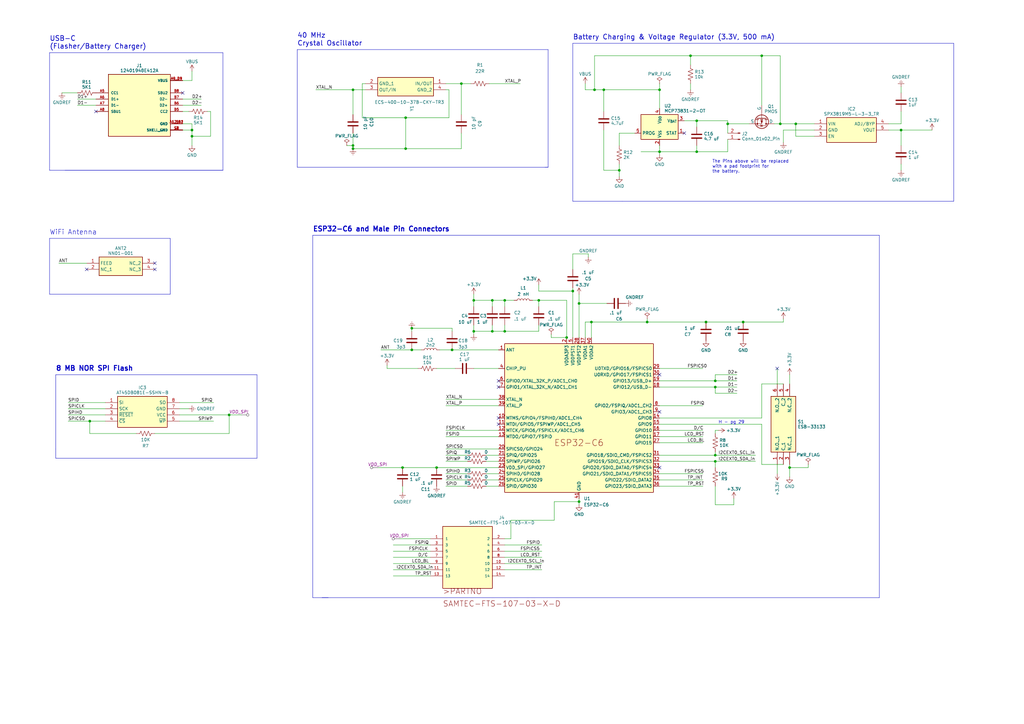
<source format=kicad_sch>
(kicad_sch (version 20230121) (generator eeschema)
  (paper "A3")
  (lib_symbols
    (symbol "AMPHENOL_12401948E412A:12401948E412A" (pin_names (offset 1.016))
      (property "Reference" "J" (at -12.7 13.462 0))
      (property "Value" "12401948E412A" (at -12.7 -13.462 0))
      (symbol "12401948E412A_0_0"
        (pin power_in line (at 17.78 -7.62 180) (length 5.08) (name "GND") (number "A12_B1"))
        (pin power_in line (at 17.78 -7.62 180) (length 5.08) (name "GND") (number "A1_B12"))
        (pin power_in line (at 17.78 10.16 180) (length 5.08) (name "VBUS") (number "A4_B9"))
        (pin bidirectional line (at -17.78 5.08 0) (length 5.08) (name "CC1") (number "A5"))
        (pin bidirectional line (at -17.78 2.54 0) (length 5.08) (name "D1+") (number "A6"))
        (pin bidirectional line (at -17.78 0 0) (length 5.08) (name "D1-") (number "A7"))
        (pin bidirectional line (at -17.78 -2.54 0) (length 5.08) (name "SBU1") (number "A8"))
        (pin power_in line (at 17.78 10.16 180) (length 5.08) (name "VBUS") (number "A9_B4"))
        (pin bidirectional line (at 17.78 -2.54 180) (length 5.08) (name "CC2") (number "B5"))
        (pin bidirectional line (at 17.78 0 180) (length 5.08) (name "D2+") (number "B6"))
        (pin bidirectional line (at 17.78 2.54 180) (length 5.08) (name "D2-") (number "B7"))
        (pin bidirectional line (at 17.78 5.08 180) (length 5.08) (name "SBU2") (number "B8"))
        (pin power_in line (at 17.78 -10.16 180) (length 5.08) (name "SHELL_GND") (number "S1"))
        (pin power_in line (at 17.78 -10.16 180) (length 5.08) (name "SHELL_GND") (number "S2"))
        (pin power_in line (at 17.78 -10.16 180) (length 5.08) (name "SHELL_GND") (number "S3"))
        (pin power_in line (at 17.78 -10.16 180) (length 5.08) (name "SHELL_GND") (number "S4"))
      )
    )
    (symbol "Battery_Management:MCP73831-2-OT"
      (property "Reference" "U" (at -7.62 6.35 0))
      (property "Value" "MCP73831-2-OT" (at 1.27 6.35 0))
      (symbol "MCP73831-2-OT_1_1"
        (pin output line (at 10.16 -2.54 180) (length 2.54) (name "STAT") (number "1"))
        (pin power_in line (at 0 -7.62 90) (length 2.54) (name "V_{SS}") (number "2"))
        (pin power_out line (at 10.16 2.54 180) (length 2.54) (name "V_{BAT}") (number "3"))
        (pin power_in line (at 0 7.62 270) (length 2.54) (name "V_{DD}") (number "4"))
        (pin input line (at -10.16 -2.54 0) (length 2.54) (name "PROG") (number "5"))
      )
    )
    (symbol "Connector:Conn_01x02_Pin" (pin_names (offset 1.016) hide)
      (property "Reference" "J" (at 0 2.54 0))
      (property "Value" "Conn_01x02_Pin" (at 0 -5.08 0))
      (symbol "Conn_01x02_Pin_1_1"
        (pin passive line (at 5.08 0 180) (length 3.81) (name "Pin_1") (number "1"))
        (pin passive line (at 5.08 -2.54 180) (length 3.81) (name "Pin_2") (number "2"))
      )
    )
    (symbol "Crystal Oscillator:ECS-400-10-37B-CKY-TR3"
      (property "Reference" "Y" (at 29.21 7.62 0))
      (property "Value" "ECS-400-10-37B-CKY-TR3" (at 29.21 5.08 0))
      (symbol "ECS-400-10-37B-CKY-TR3_1_1"
        (pin passive line (at 0 -2.54 0) (length 5.08) (name "IN/OUT") (number "1"))
        (pin passive line (at 33.02 -2.54 180) (length 5.08) (name "GND_1") (number "2"))
        (pin passive line (at 33.02 0 180) (length 5.08) (name "OUT/IN") (number "3"))
        (pin passive line (at 0 0 0) (length 5.08) (name "GND_2") (number "4"))
      )
    )
    (symbol "Device:C" (pin_numbers hide) (pin_names (offset 0.254))
      (property "Reference" "C" (at 0.635 2.54 0))
      (property "Value" "C" (at 0.635 -2.54 0))
      (symbol "C_1_1"
        (pin passive line (at 0 3.81 270) (length 2.794) (name "~") (number "1"))
        (pin passive line (at 0 -3.81 90) (length 2.794) (name "~") (number "2"))
      )
    )
    (symbol "Device:L" (pin_numbers hide) (pin_names (offset 1.016) hide)
      (property "Reference" "L" (at -1.27 0 90))
      (property "Value" "L" (at 1.905 0 90))
      (symbol "L_1_1"
        (pin passive line (at 0 3.81 270) (length 1.27) (name "1") (number "1"))
        (pin passive line (at 0 -3.81 90) (length 1.27) (name "2") (number "2"))
      )
    )
    (symbol "Device:R_US" (pin_numbers hide) (pin_names (offset 0))
      (property "Reference" "R" (at 2.54 0 90))
      (property "Value" "R_US" (at -2.54 0 90))
      (symbol "R_US_1_1"
        (pin passive line (at 0 3.81 270) (length 1.27) (name "~") (number "1"))
        (pin passive line (at 0 -3.81 90) (length 1.27) (name "~") (number "2"))
      )
    )
    (symbol "ESB-33133:ESB-33133"
      (property "Reference" "S" (at 29.21 7.62 0))
      (property "Value" "ESB-33133" (at 29.21 5.08 0))
      (symbol "ESB-33133_1_1"
        (pin passive line (at 0 0 0) (length 5.08) (name "N.O._1") (number "1"))
        (pin passive line (at 0 -2.54 0) (length 5.08) (name "C_1") (number "2"))
        (pin passive line (at 0 -5.08 0) (length 5.08) (name "N.C._1") (number "3"))
        (pin passive line (at 33.02 -5.08 180) (length 5.08) (name "N.C._2") (number "4"))
        (pin passive line (at 33.02 -2.54 180) (length 5.08) (name "C_2") (number "5"))
        (pin passive line (at 33.02 0 180) (length 5.08) (name "N.O._2") (number "6"))
      )
    )
    (symbol "FTS-107-03-L-D:SAMTEC-FTS-107-03-X-D" (pin_names (offset 1.016))
      (property "Reference" "J" (at 0 5.08 0))
      (property "Value" "SAMTEC-FTS-107-03-X-D" (at 0 -25.4 0))
      (symbol "SAMTEC-FTS-107-03-X-D_0_0"
        (text ">PARTNO" (at 0 -22.86 0) (effects (font (size 2.286 2.286)) (justify left bottom)))
        (text "SAMTEC-FTS-107-03-X-D" (at 0 -27.94 0) (effects (font (size 2.286 2.286)) (justify left bottom)))
        (pin passive line (at -5.08 0 0) (length 5.08) (name "1") (number "1"))
        (pin passive line (at 25.4 -10.16 180) (length 5.08) (name "10") (number "10"))
        (pin passive line (at -5.08 -12.7 0) (length 5.08) (name "11") (number "11"))
        (pin passive line (at 25.4 -12.7 180) (length 5.08) (name "12") (number "12"))
        (pin passive line (at -5.08 -15.24 0) (length 5.08) (name "13") (number "13"))
        (pin passive line (at 25.4 -15.24 180) (length 5.08) (name "14") (number "14"))
        (pin passive line (at 25.4 0 180) (length 5.08) (name "2") (number "2"))
        (pin passive line (at -5.08 -2.54 0) (length 5.08) (name "3") (number "3"))
        (pin passive line (at 25.4 -2.54 180) (length 5.08) (name "4") (number "4"))
        (pin passive line (at -5.08 -5.08 0) (length 5.08) (name "5") (number "5"))
        (pin passive line (at 25.4 -5.08 180) (length 5.08) (name "6") (number "6"))
        (pin passive line (at -5.08 -7.62 0) (length 5.08) (name "7") (number "7"))
        (pin passive line (at 25.4 -7.62 180) (length 5.08) (name "8") (number "8"))
        (pin passive line (at -5.08 -10.16 0) (length 5.08) (name "9") (number "9"))
      )
    )
    (symbol "NN01001:NN01-001"
      (property "Reference" "ANT" (at 24.13 7.62 0))
      (property "Value" "NN01-001" (at 24.13 5.08 0))
      (symbol "NN01-001_1_1"
        (pin passive line (at 0 0 0) (length 5.08) (name "FEED") (number "1"))
        (pin passive line (at 0 -2.54 0) (length 5.08) (name "NC_1") (number "2"))
        (pin passive line (at 27.94 0 180) (length 5.08) (name "NC_2") (number "3"))
        (pin passive line (at 27.94 -2.54 180) (length 5.08) (name "NC_3") (number "4"))
      )
    )
    (symbol "PCM_Espressif:ESP32-C6"
      (property "Reference" "U" (at -27.94 33.02 0))
      (property "Value" "ESP32-C6" (at 25.4 33.02 0))
      (symbol "ESP32-C6_0_0"
        (text "ESP32-C6" (at 0 -10.16 0) (effects (font (size 2.54 2.54))))
      )
      (symbol "ESP32-C6_1_1"
        (pin bidirectional line (at -33.02 27.94 0) (length 2.54) (name "ANT") (number "1"))
        (pin bidirectional line (at -33.02 0 0) (length 2.54) (name "MTMS/GPIO4/FSPIHD/ADC1_CH4") (number "10"))
        (pin bidirectional line (at -33.02 -2.54 0) (length 2.54) (name "MTDI/GPIO5/FSPIWP/ADC1_CH5") (number "11"))
        (pin bidirectional line (at -33.02 -5.08 0) (length 2.54) (name "MTCK/GPIO6/FSPICLK/ADC1_CH6") (number "12"))
        (pin bidirectional line (at -33.02 -7.62 0) (length 2.54) (name "MTDO/GPIO7/FSPID") (number "13"))
        (pin bidirectional line (at 33.02 0 180) (length 2.54) (name "GPIO8") (number "14"))
        (pin bidirectional line (at 33.02 -2.54 180) (length 2.54) (name "GPIO9") (number "15"))
        (pin bidirectional line (at 33.02 -5.08 180) (length 2.54) (name "GPIO10") (number "16"))
        (pin bidirectional line (at 33.02 -7.62 180) (length 2.54) (name "GPIO11") (number "17"))
        (pin bidirectional line (at 33.02 12.7 180) (length 2.54) (name "GPIO12/USB_D-") (number "18"))
        (pin bidirectional line (at 33.02 15.24 180) (length 2.54) (name "GPIO13/USB_D+") (number "19"))
        (pin power_in line (at -5.08 33.02 270) (length 2.54) (name "VDDA3P3") (number "2"))
        (pin bidirectional line (at -33.02 -12.7 0) (length 2.54) (name "SPICS0/GPIO24") (number "20"))
        (pin bidirectional line (at -33.02 -15.24 0) (length 2.54) (name "SPIQ/GPIO25") (number "21"))
        (pin bidirectional line (at -33.02 -17.78 0) (length 2.54) (name "SPIWP/GPIO26") (number "22"))
        (pin bidirectional line (at -33.02 -20.32 0) (length 2.54) (name "VDD_SPI/GPIO27") (number "23"))
        (pin bidirectional line (at -33.02 -22.86 0) (length 2.54) (name "SPIHD/GPIO28") (number "24"))
        (pin bidirectional line (at -33.02 -25.4 0) (length 2.54) (name "SPICLK/GPIO29") (number "25"))
        (pin bidirectional line (at -33.02 -27.94 0) (length 2.54) (name "SPID/GPIO30") (number "26"))
        (pin bidirectional line (at 33.02 -10.16 180) (length 2.54) (name "GPIO15") (number "27"))
        (pin power_in line (at 0 33.02 270) (length 2.54) (name "VDDPST2") (number "28"))
        (pin bidirectional line (at 33.02 20.32 180) (length 2.54) (name "U0TXD/GPIO16/FSPICS0") (number "29"))
        (pin passive line (at -5.08 33.02 270) (length 2.54) hide (name "VDDA3P3") (number "3"))
        (pin bidirectional line (at 33.02 17.78 180) (length 2.54) (name "U0RXD/GPIO17/FSPICS1") (number "30"))
        (pin bidirectional line (at 33.02 -15.24 180) (length 2.54) (name "GPIO18/SDIO_CMD/FSPICS2") (number "31"))
        (pin bidirectional line (at 33.02 -17.78 180) (length 2.54) (name "GPIO19/SDIO_CLK/FSPICS3") (number "32"))
        (pin bidirectional line (at 33.02 -20.32 180) (length 2.54) (name "GPIO20/SDIO_DATA0/FSPICS4") (number "33"))
        (pin bidirectional line (at 33.02 -22.86 180) (length 2.54) (name "GPIO21/SDIO_DATA1/FSPICS5") (number "34"))
        (pin bidirectional line (at 33.02 -25.4 180) (length 2.54) (name "GPIO22/SDIO_DATA2") (number "35"))
        (pin bidirectional line (at 33.02 -27.94 180) (length 2.54) (name "GPIO23/SDIO_DATA3") (number "36"))
        (pin power_in line (at 2.54 33.02 270) (length 2.54) (name "VDDA1") (number "37"))
        (pin output line (at -33.02 7.62 0) (length 2.54) (name "XTAL_N") (number "38"))
        (pin input line (at -33.02 5.08 0) (length 2.54) (name "XTAL_P") (number "39"))
        (pin input line (at -33.02 20.32 0) (length 2.54) (name "CHIP_PU") (number "4"))
        (pin power_in line (at 5.08 33.02 270) (length 2.54) (name "VDDA2") (number "40"))
        (pin power_in line (at 0 -33.02 90) (length 2.54) (name "GND") (number "41"))
        (pin power_in line (at -2.54 33.02 270) (length 2.54) (name "VDDPST1") (number "5"))
        (pin bidirectional line (at -33.02 15.24 0) (length 2.54) (name "GPIO0/XTAL_32K_P/ADC1_CH0") (number "6"))
        (pin bidirectional line (at -33.02 12.7 0) (length 2.54) (name "GPIO1/XTAL_32K_N/ADC1_CH1") (number "7"))
        (pin bidirectional line (at 33.02 5.08 180) (length 2.54) (name "GPIO2/FSPIQ/ADC1_CH2") (number "8"))
        (pin bidirectional line (at 33.02 2.54 180) (length 2.54) (name "GPIO3/ADC1_CH3") (number "9"))
      )
    )
    (symbol "SOIC127P600X175-8N:AT45DB081E-SSHN-B"
      (property "Reference" "IC" (at 26.67 7.62 0))
      (property "Value" "AT45DB081E-SSHN-B" (at 26.67 5.08 0))
      (symbol "AT45DB081E-SSHN-B_1_1"
        (pin passive line (at 0 0 0) (length 5.08) (name "SI") (number "1"))
        (pin passive line (at 0 -2.54 0) (length 5.08) (name "SCK") (number "2"))
        (pin passive line (at 0 -5.08 0) (length 5.08) (name "~{RESET}") (number "3"))
        (pin passive line (at 0 -7.62 0) (length 5.08) (name "~{CS}") (number "4"))
        (pin passive line (at 30.48 -7.62 180) (length 5.08) (name "~{WP}") (number "5"))
        (pin passive line (at 30.48 -5.08 180) (length 5.08) (name "VCC") (number "6"))
        (pin passive line (at 30.48 -2.54 180) (length 5.08) (name "GND") (number "7"))
        (pin passive line (at 30.48 0 180) (length 5.08) (name "SO") (number "8"))
      )
    )
    (symbol "SOT95P280X145-5N:SPX3819M5-L-3-3_TR"
      (property "Reference" "IC" (at 26.67 7.62 0))
      (property "Value" "SPX3819M5-L-3-3_TR" (at 26.67 5.08 0))
      (symbol "SPX3819M5-L-3-3_TR_1_1"
        (pin passive line (at 0 0 0) (length 5.08) (name "VIN") (number "1"))
        (pin passive line (at 0 -2.54 0) (length 5.08) (name "GND") (number "2"))
        (pin passive line (at 0 -5.08 0) (length 5.08) (name "EN") (number "3"))
        (pin passive line (at 30.48 0 180) (length 5.08) (name "ADJ/BYP") (number "4"))
        (pin passive line (at 30.48 -2.54 180) (length 5.08) (name "VOUT") (number "5"))
      )
    )
    (symbol "Simulation_SPICE:PMOS" (pin_numbers hide) (pin_names (offset 0))
      (property "Reference" "Q" (at 5.08 1.27 0))
      (property "Value" "PMOS" (at 5.08 -1.27 0))
      (symbol "PMOS_1_1"
        (pin passive line (at 2.54 5.08 270) (length 2.54) (name "D") (number "1"))
        (pin input line (at -5.08 0 0) (length 2.54) (name "G") (number "2"))
        (pin passive line (at 2.54 -5.08 90) (length 2.54) (name "S") (number "3"))
      )
    )
    (symbol "power:+3.3V" (power) (pin_names (offset 0))
      (property "Value" "+3.3V" (at 0 3.556 0))
      (symbol "+3.3V_1_1"
        (pin power_in line (at 0 0 90) (length 0) hide (name "+3.3V") (number "1"))
      )
    )
    (symbol "power:GND" (power) (pin_names (offset 0))
      (property "Value" "GND" (at 0 -3.81 0))
      (symbol "GND_1_1"
        (pin power_in line (at 0 0 270) (length 0) hide (name "GND") (number "1"))
      )
    )
    (symbol "power:GNDREF" (power) (pin_names (offset 0))
      (property "Value" "GNDREF" (at 0 -3.81 0))
      (symbol "GNDREF_1_1"
        (pin power_in line (at 0 0 270) (length 0) hide (name "GNDREF") (number "1"))
      )
    )
    (symbol "power:PWR_FLAG" (power) (pin_numbers hide) (pin_names (offset 0) hide)
      (property "Value" "PWR_FLAG" (at 0 3.81 0))
      (symbol "PWR_FLAG_0_0"
        (pin power_out line (at 0 0 90) (length 0) (name "pwr") (number "1"))
      )
    )
    (symbol "power:VBUS" (power) (pin_names (offset 0))
      (property "Value" "VBUS" (at 0 3.81 0))
      (symbol "VBUS_1_1"
        (pin power_in line (at 0 0 90) (length 0) hide (name "VBUS") (number "1"))
      )
    )
  )
  (junction (at 247.65 36.83))
  (junction (at 168.91 143.51))
  (junction (at 289.56 132.08))
  (junction (at 166.37 60.96))
  (junction (at 166.37 48.26))
  (junction (at 304.8 132.08))
  (junction (at 237.49 205.74))
  (junction (at 320.04 50.8))
  (junction (at 285.75 62.23))
  (junction (at 144.78 59.69))
  (junction (at 293.37 156.21))
  (junction (at 194.31 135.89))
  (junction (at 207.01 135.89))
  (junction (at 293.37 189.23))
  (junction (at 323.85 191.77))
  (junction (at 189.23 34.29))
  (junction (at 168.91 134.62))
  (junction (at 293.37 158.75))
  (junction (at 144.78 60.96))
  (junction (at 298.45 50.8))
  (junction (at 179.07 191.77))
  (junction (at 254 69.85))
  (junction (at 234.95 119.38))
  (junction (at 242.57 132.08))
  (junction (at 369.57 53.34))
  (junction (at 201.93 135.89))
  (junction (at 207.01 123.19))
  (junction (at 285.75 49.53))
  (junction (at 283.21 22.86))
  (junction (at 78.74 55.88))
  (junction (at 237.49 124.46))
  (junction (at 270.51 36.83))
  (junction (at 326.39 50.8))
  (junction (at 220.98 123.19))
  (junction (at 312.42 22.86))
  (junction (at 165.1 191.77))
  (junction (at 194.31 123.19))
  (junction (at 144.78 36.83))
  (junction (at 293.37 186.69))
  (junction (at 185.42 143.51))
  (junction (at 265.43 132.08))
  (junction (at 270.51 62.23))
  (junction (at 243.84 36.83))
  (junction (at 36.83 172.72))
  (junction (at 78.74 53.34))
  (junction (at 201.93 123.19))
  (junction (at 232.41 138.43))
  (junction (at 93.98 170.18))
  (no_connect (at 270.51 153.67))
  (no_connect (at 35.56 110.49))
  (no_connect (at 63.5 110.49))
  (no_connect (at 270.51 168.91))
  (no_connect (at 204.47 158.75))
  (no_connect (at 204.47 173.99))
  (no_connect (at 318.77 151.13))
  (no_connect (at 39.37 45.72))
  (no_connect (at 74.93 38.1))
  (no_connect (at 204.47 156.21))
  (no_connect (at 270.51 191.77))
  (no_connect (at 280.67 54.61))
  (no_connect (at 63.5 107.95))
  (no_connect (at 204.47 171.45))
  (wire (pts (xy 326.39 55.88) (xy 326.39 50.8)))
  (wire (pts (xy 73.66 172.72) (xy 87.63 172.72)))
  (wire (pts (xy 165.1 191.77) (xy 179.07 191.77)))
  (wire (pts (xy 207.01 123.19) (xy 210.82 123.19)))
  (wire (pts (xy 369.57 35.56) (xy 369.57 38.1)))
  (polyline (pts (xy 22.86 184.15) (xy 22.86 187.96)))
  (wire (pts (xy 154.94 191.77) (xy 165.1 191.77)))
  (wire (pts (xy 163.83 220.98) (xy 176.53 220.98)))
  (wire (pts (xy 55.88 177.8) (xy 36.83 177.8)))
  (wire (pts (xy 312.42 171.45) (xy 312.42 157.48)))
  (wire (pts (xy 265.43 132.08) (xy 289.56 132.08)))
  (wire (pts (xy 85.09 45.72) (xy 86.36 45.72)))
  (wire (pts (xy 285.75 59.69) (xy 285.75 62.23)))
  (wire (pts (xy 168.91 134.62) (xy 185.42 134.62)))
  (polyline (pts (xy 234.95 82.55) (xy 234.95 17.78)))
  (wire (pts (xy 293.37 156.21) (xy 293.37 153.67)))
  (wire (pts (xy 189.23 34.29) (xy 193.04 34.29)))
  (wire (pts (xy 312.42 22.86) (xy 283.21 22.86)))
  (wire (pts (xy 194.31 151.13) (xy 204.47 151.13)))
  (wire (pts (xy 144.78 60.96) (xy 166.37 60.96)))
  (wire (pts (xy 293.37 199.39) (xy 293.37 207.01)))
  (wire (pts (xy 254 67.31) (xy 254 69.85)))
  (wire (pts (xy 254 69.85) (xy 247.65 69.85)))
  (polyline (pts (xy 26.67 69.85) (xy 91.44 69.85)))
  (polyline (pts (xy 223.52 68.58) (xy 224.79 68.58)))
  (wire (pts (xy 331.47 190.5) (xy 331.47 191.77)))
  (wire (pts (xy 182.88 194.31) (xy 191.77 194.31)))
  (wire (pts (xy 293.37 158.75) (xy 302.26 158.75)))
  (wire (pts (xy 199.39 199.39) (xy 204.47 199.39)))
  (polyline (pts (xy 22.86 153.67) (xy 105.41 153.67)))
  (wire (pts (xy 237.49 205.74) (xy 237.49 207.01)))
  (wire (pts (xy 194.31 123.19) (xy 201.93 123.19)))
  (wire (pts (xy 27.94 165.1) (xy 43.18 165.1)))
  (wire (pts (xy 220.98 116.84) (xy 220.98 119.38)))
  (wire (pts (xy 270.51 199.39) (xy 288.29 199.39)))
  (wire (pts (xy 201.93 135.89) (xy 207.01 135.89)))
  (wire (pts (xy 220.98 123.19) (xy 220.98 125.73)))
  (wire (pts (xy 334.01 53.34) (xy 321.31 53.34)))
  (wire (pts (xy 148.59 48.26) (xy 166.37 48.26)))
  (wire (pts (xy 156.21 143.51) (xy 168.91 143.51)))
  (wire (pts (xy 166.37 48.26) (xy 184.15 48.26)))
  (wire (pts (xy 182.88 163.83) (xy 204.47 163.83)))
  (wire (pts (xy 312.42 157.48) (xy 321.31 157.48)))
  (wire (pts (xy 179.07 151.13) (xy 186.69 151.13)))
  (wire (pts (xy 199.39 196.85) (xy 204.47 196.85)))
  (wire (pts (xy 27.94 172.72) (xy 36.83 172.72)))
  (wire (pts (xy 166.37 60.96) (xy 166.37 48.26)))
  (polyline (pts (xy 105.41 153.67) (xy 105.41 187.96)))
  (wire (pts (xy 312.42 190.5) (xy 321.31 190.5)))
  (polyline (pts (xy 22.86 187.96) (xy 105.41 187.96)))
  (wire (pts (xy 74.93 50.8) (xy 78.74 50.8)))
  (wire (pts (xy 158.75 149.86) (xy 158.75 151.13)))
  (wire (pts (xy 31.75 43.18) (xy 39.37 43.18)))
  (wire (pts (xy 241.3 105.41) (xy 241.3 104.14)))
  (wire (pts (xy 182.88 189.23) (xy 191.77 189.23)))
  (wire (pts (xy 227.33 205.74) (xy 227.33 213.36)))
  (wire (pts (xy 289.56 132.08) (xy 304.8 132.08)))
  (wire (pts (xy 298.45 49.53) (xy 298.45 50.8)))
  (wire (pts (xy 161.29 233.68) (xy 176.53 233.68)))
  (polyline (pts (xy 20.32 21.59) (xy 20.32 69.85)))
  (wire (pts (xy 182.88 36.83) (xy 184.15 36.83)))
  (wire (pts (xy 199.39 189.23) (xy 204.47 189.23)))
  (wire (pts (xy 207.01 135.89) (xy 220.98 135.89)))
  (wire (pts (xy 242.57 132.08) (xy 265.43 132.08)))
  (wire (pts (xy 237.49 124.46) (xy 237.49 138.43)))
  (wire (pts (xy 270.51 186.69) (xy 293.37 186.69)))
  (wire (pts (xy 293.37 156.21) (xy 302.26 156.21)))
  (wire (pts (xy 285.75 49.53) (xy 298.45 49.53)))
  (wire (pts (xy 161.29 236.22) (xy 176.53 236.22)))
  (polyline (pts (xy 224.79 20.32) (xy 121.92 20.32)))
  (wire (pts (xy 270.51 59.69) (xy 270.51 62.23)))
  (polyline (pts (xy 22.86 184.15) (xy 22.86 153.67)))
  (wire (pts (xy 300.99 204.47) (xy 300.99 207.01)))
  (wire (pts (xy 207.01 223.52) (xy 222.25 223.52)))
  (polyline (pts (xy 128.27 96.52) (xy 128.27 245.11)))
  (wire (pts (xy 74.93 33.02) (xy 78.74 33.02)))
  (wire (pts (xy 300.99 207.01) (xy 293.37 207.01)))
  (wire (pts (xy 312.42 43.18) (xy 312.42 22.86)))
  (polyline (pts (xy 360.68 96.52) (xy 128.27 96.52)))
  (polyline (pts (xy 121.92 20.32) (xy 121.92 68.58)))
  (wire (pts (xy 283.21 34.29) (xy 283.21 36.83)))
  (wire (pts (xy 285.75 62.23) (xy 298.45 62.23)))
  (wire (pts (xy 36.83 177.8) (xy 36.83 172.72)))
  (wire (pts (xy 73.66 170.18) (xy 93.98 170.18)))
  (wire (pts (xy 234.95 119.38) (xy 234.95 138.43)))
  (wire (pts (xy 237.49 124.46) (xy 248.92 124.46)))
  (wire (pts (xy 240.03 34.29) (xy 240.03 36.83)))
  (wire (pts (xy 270.51 156.21) (xy 293.37 156.21)))
  (polyline (pts (xy 360.68 245.11) (xy 360.68 96.52)))
  (wire (pts (xy 237.49 120.65) (xy 237.49 124.46)))
  (wire (pts (xy 182.88 166.37) (xy 204.47 166.37)))
  (wire (pts (xy 364.49 53.34) (xy 369.57 53.34)))
  (wire (pts (xy 25.4 38.1) (xy 31.75 38.1)))
  (wire (pts (xy 142.24 59.69) (xy 144.78 59.69)))
  (polyline (pts (xy 128.27 245.11) (xy 134.62 245.11)))
  (wire (pts (xy 149.86 36.83) (xy 144.78 36.83)))
  (wire (pts (xy 312.42 173.99) (xy 312.42 190.5)))
  (wire (pts (xy 293.37 189.23) (xy 293.37 191.77)))
  (wire (pts (xy 161.29 228.6) (xy 176.53 228.6)))
  (wire (pts (xy 182.88 184.15) (xy 204.47 184.15)))
  (wire (pts (xy 78.74 29.21) (xy 78.74 33.02)))
  (wire (pts (xy 270.51 36.83) (xy 247.65 36.83)))
  (polyline (pts (xy 234.95 17.78) (xy 391.16 17.78)))
  (wire (pts (xy 207.01 231.14) (xy 222.25 231.14)))
  (wire (pts (xy 194.31 133.35) (xy 194.31 135.89)))
  (wire (pts (xy 369.57 67.31) (xy 369.57 69.85)))
  (wire (pts (xy 78.74 53.34) (xy 78.74 55.88)))
  (wire (pts (xy 270.51 62.23) (xy 285.75 62.23)))
  (wire (pts (xy 201.93 123.19) (xy 207.01 123.19)))
  (wire (pts (xy 262.89 62.23) (xy 270.51 62.23)))
  (wire (pts (xy 73.66 167.64) (xy 77.47 167.64)))
  (wire (pts (xy 148.59 34.29) (xy 148.59 48.26)))
  (wire (pts (xy 74.93 45.72) (xy 77.47 45.72)))
  (wire (pts (xy 247.65 53.34) (xy 247.65 69.85)))
  (wire (pts (xy 237.49 204.47) (xy 237.49 205.74)))
  (wire (pts (xy 182.88 186.69) (xy 191.77 186.69)))
  (wire (pts (xy 270.51 196.85) (xy 288.29 196.85)))
  (wire (pts (xy 74.93 40.64) (xy 82.55 40.64)))
  (wire (pts (xy 254 54.61) (xy 254 59.69)))
  (wire (pts (xy 207.01 226.06) (xy 222.25 226.06)))
  (wire (pts (xy 207.01 233.68) (xy 222.25 233.68)))
  (polyline (pts (xy 132.08 245.11) (xy 360.68 245.11)))
  (wire (pts (xy 270.51 166.37) (xy 288.29 166.37)))
  (wire (pts (xy 182.88 34.29) (xy 189.23 34.29)))
  (wire (pts (xy 237.49 205.74) (xy 227.33 205.74)))
  (wire (pts (xy 218.44 123.19) (xy 220.98 123.19)))
  (wire (pts (xy 161.29 226.06) (xy 176.53 226.06)))
  (wire (pts (xy 270.51 171.45) (xy 312.42 171.45)))
  (polyline (pts (xy 255.27 82.55) (xy 234.95 82.55)))
  (polyline (pts (xy 20.32 97.79) (xy 69.85 97.79)))
  (wire (pts (xy 199.39 186.69) (xy 204.47 186.69)))
  (wire (pts (xy 293.37 177.8) (xy 293.37 176.53)))
  (wire (pts (xy 74.93 43.18) (xy 82.55 43.18)))
  (wire (pts (xy 232.41 123.19) (xy 232.41 138.43)))
  (wire (pts (xy 317.5 50.8) (xy 320.04 50.8)))
  (wire (pts (xy 129.54 36.83) (xy 144.78 36.83)))
  (wire (pts (xy 320.04 22.86) (xy 320.04 50.8)))
  (wire (pts (xy 260.35 54.61) (xy 254 54.61)))
  (wire (pts (xy 320.04 50.8) (xy 326.39 50.8)))
  (wire (pts (xy 73.66 165.1) (xy 87.63 165.1)))
  (wire (pts (xy 74.93 53.34) (xy 78.74 53.34)))
  (wire (pts (xy 318.77 194.31) (xy 318.77 190.5)))
  (wire (pts (xy 194.31 120.65) (xy 194.31 123.19)))
  (wire (pts (xy 265.43 130.81) (xy 265.43 132.08)))
  (wire (pts (xy 270.51 176.53) (xy 288.29 176.53)))
  (wire (pts (xy 161.29 231.14) (xy 176.53 231.14)))
  (wire (pts (xy 270.51 62.23) (xy 270.51 63.5)))
  (wire (pts (xy 270.51 181.61) (xy 288.29 181.61)))
  (wire (pts (xy 298.45 57.15) (xy 298.45 62.23)))
  (wire (pts (xy 194.31 135.89) (xy 194.31 137.16)))
  (wire (pts (xy 247.65 36.83) (xy 243.84 36.83)))
  (wire (pts (xy 27.94 167.64) (xy 43.18 167.64)))
  (wire (pts (xy 78.74 55.88) (xy 78.74 59.69)))
  (wire (pts (xy 270.51 173.99) (xy 312.42 173.99)))
  (wire (pts (xy 226.06 138.43) (xy 226.06 137.16)))
  (wire (pts (xy 242.57 138.43) (xy 242.57 132.08)))
  (wire (pts (xy 323.85 191.77) (xy 323.85 195.58)))
  (wire (pts (xy 270.51 194.31) (xy 288.29 194.31)))
  (wire (pts (xy 184.15 36.83) (xy 184.15 48.26)))
  (wire (pts (xy 200.66 34.29) (xy 213.36 34.29)))
  (wire (pts (xy 36.83 172.72) (xy 43.18 172.72)))
  (wire (pts (xy 168.91 143.51) (xy 172.72 143.51)))
  (wire (pts (xy 270.51 34.29) (xy 270.51 36.83)))
  (wire (pts (xy 194.31 123.19) (xy 194.31 125.73)))
  (wire (pts (xy 144.78 46.99) (xy 144.78 36.83)))
  (wire (pts (xy 369.57 53.34) (xy 382.27 53.34)))
  (wire (pts (xy 318.77 157.48) (xy 318.77 151.13)))
  (wire (pts (xy 270.51 189.23) (xy 293.37 189.23)))
  (wire (pts (xy 254 69.85) (xy 254 72.39)))
  (polyline (pts (xy 121.92 68.58) (xy 224.79 68.58)))
  (wire (pts (xy 144.78 54.61) (xy 144.78 59.69)))
  (wire (pts (xy 182.88 196.85) (xy 191.77 196.85)))
  (wire (pts (xy 293.37 176.53) (xy 294.64 176.53)))
  (polyline (pts (xy 255.27 82.55) (xy 391.16 82.55)))
  (wire (pts (xy 293.37 161.29) (xy 302.26 161.29)))
  (wire (pts (xy 86.36 45.72) (xy 86.36 55.88)))
  (wire (pts (xy 201.93 133.35) (xy 201.93 135.89)))
  (wire (pts (xy 321.31 130.81) (xy 321.31 132.08)))
  (wire (pts (xy 78.74 50.8) (xy 78.74 53.34)))
  (wire (pts (xy 298.45 50.8) (xy 298.45 54.61)))
  (wire (pts (xy 194.31 135.89) (xy 201.93 135.89)))
  (wire (pts (xy 93.98 170.18) (xy 99.06 170.18)))
  (wire (pts (xy 149.86 34.29) (xy 148.59 34.29)))
  (wire (pts (xy 270.51 44.45) (xy 270.51 36.83)))
  (wire (pts (xy 220.98 119.38) (xy 234.95 119.38)))
  (polyline (pts (xy 91.44 69.85) (xy 91.44 21.59)))
  (wire (pts (xy 323.85 190.5) (xy 323.85 191.77)))
  (polyline (pts (xy 224.79 68.58) (xy 224.79 20.32)))
  (wire (pts (xy 243.84 36.83) (xy 240.03 36.83)))
  (wire (pts (xy 293.37 158.75) (xy 293.37 161.29)))
  (wire (pts (xy 86.36 55.88) (xy 78.74 55.88)))
  (wire (pts (xy 241.3 104.14) (xy 234.95 104.14)))
  (wire (pts (xy 165.1 199.39) (xy 165.1 201.93)))
  (wire (pts (xy 232.41 138.43) (xy 226.06 138.43)))
  (wire (pts (xy 182.88 179.07) (xy 204.47 179.07)))
  (wire (pts (xy 334.01 55.88) (xy 326.39 55.88)))
  (wire (pts (xy 283.21 22.86) (xy 283.21 26.67)))
  (wire (pts (xy 369.57 53.34) (xy 369.57 59.69)))
  (wire (pts (xy 168.91 134.62) (xy 168.91 135.89)))
  (wire (pts (xy 293.37 186.69) (xy 309.88 186.69)))
  (wire (pts (xy 312.42 22.86) (xy 320.04 22.86)))
  (polyline (pts (xy 391.16 17.78) (xy 391.16 82.55)))
  (wire (pts (xy 182.88 199.39) (xy 191.77 199.39)))
  (wire (pts (xy 293.37 153.67) (xy 302.26 153.67)))
  (wire (pts (xy 240.03 132.08) (xy 242.57 132.08)))
  (wire (pts (xy 201.93 123.19) (xy 201.93 125.73)))
  (wire (pts (xy 189.23 60.96) (xy 189.23 54.61)))
  (wire (pts (xy 180.34 143.51) (xy 185.42 143.51)))
  (wire (pts (xy 280.67 49.53) (xy 285.75 49.53)))
  (wire (pts (xy 270.51 151.13) (xy 288.29 151.13)))
  (wire (pts (xy 185.42 143.51) (xy 204.47 143.51)))
  (wire (pts (xy 270.51 179.07) (xy 288.29 179.07)))
  (wire (pts (xy 93.98 170.18) (xy 93.98 177.8)))
  (wire (pts (xy 285.75 49.53) (xy 285.75 52.07)))
  (polyline (pts (xy 20.32 69.85) (xy 91.44 69.85)))
  (wire (pts (xy 234.95 118.11) (xy 234.95 119.38)))
  (wire (pts (xy 321.31 53.34) (xy 321.31 58.42)))
  (wire (pts (xy 199.39 194.31) (xy 204.47 194.31)))
  (wire (pts (xy 207.01 133.35) (xy 207.01 135.89)))
  (wire (pts (xy 247.65 36.83) (xy 247.65 45.72)))
  (wire (pts (xy 182.88 176.53) (xy 204.47 176.53)))
  (wire (pts (xy 283.21 22.86) (xy 243.84 22.86)))
  (wire (pts (xy 209.55 220.98) (xy 209.55 213.36)))
  (polyline (pts (xy 69.85 97.79) (xy 69.85 120.65)))
  (wire (pts (xy 185.42 135.89) (xy 185.42 134.62)))
  (wire (pts (xy 31.75 40.64) (xy 39.37 40.64)))
  (wire (pts (xy 270.51 158.75) (xy 293.37 158.75)))
  (wire (pts (xy 323.85 153.67) (xy 323.85 157.48)))
  (wire (pts (xy 179.07 191.77) (xy 204.47 191.77)))
  (wire (pts (xy 234.95 104.14) (xy 234.95 110.49)))
  (wire (pts (xy 207.01 220.98) (xy 209.55 220.98)))
  (wire (pts (xy 220.98 133.35) (xy 220.98 135.89)))
  (polyline (pts (xy 20.32 120.65) (xy 20.32 97.79)))
  (wire (pts (xy 293.37 189.23) (xy 309.88 189.23)))
  (wire (pts (xy 209.55 213.36) (xy 227.33 213.36)))
  (wire (pts (xy 189.23 46.99) (xy 189.23 34.29)))
  (wire (pts (xy 323.85 191.77) (xy 331.47 191.77)))
  (wire (pts (xy 144.78 59.69) (xy 144.78 60.96)))
  (wire (pts (xy 24.13 107.95) (xy 35.56 107.95)))
  (wire (pts (xy 27.94 170.18) (xy 43.18 170.18)))
  (wire (pts (xy 326.39 50.8) (xy 334.01 50.8)))
  (wire (pts (xy 364.49 50.8) (xy 369.57 50.8)))
  (wire (pts (xy 240.03 138.43) (xy 240.03 132.08)))
  (wire (pts (xy 298.45 50.8) (xy 307.34 50.8)))
  (wire (pts (xy 158.75 151.13) (xy 171.45 151.13)))
  (wire (pts (xy 207.01 228.6) (xy 222.25 228.6)))
  (wire (pts (xy 243.84 22.86) (xy 243.84 36.83)))
  (polyline (pts (xy 91.44 21.59) (xy 20.32 21.59)))
  (wire (pts (xy 161.29 223.52) (xy 176.53 223.52)))
  (wire (pts (xy 207.01 123.19) (xy 207.01 125.73)))
  (wire (pts (xy 304.8 132.08) (xy 321.31 132.08)))
  (wire (pts (xy 166.37 60.96) (xy 189.23 60.96)))
  (wire (pts (xy 369.57 45.72) (xy 369.57 50.8)))
  (polyline (pts (xy 20.32 120.65) (xy 69.85 120.65)))
  (wire (pts (xy 220.98 123.19) (xy 232.41 123.19)))
  (wire (pts (xy 93.98 177.8) (xy 63.5 177.8)))
  (wire (pts (xy 293.37 185.42) (xy 293.37 186.69)))
  (text "H - pg 29\n" (at 294.64 173.99 0) (effects (font (size 1.27 1.27)) (justify left bottom)))
  (text "ESP32-C6 and Male Pin Connectors" (at 128.27 95.25 0) (effects (font (size 2 2) bold) (justify left bottom)))
  (text "The Pins above will be replaced\nwith a pad footprint for\nthe battery." (at 292.1 71.12 0) (effects (font (size 1.27 1.27)) (justify left bottom)))
  (text "USB-C\n(Flasher/Battery Charger)" (at 20.32 20.32 0) (effects (font (size 2 2) (thickness 0.254) bold) (justify left bottom)))
  (text "Battery Charging & Voltage Regulator (3.3V, 500 mA)" (at 234.95 16.51 0) (effects (font (size 2 2) (thickness 0.254) bold) (justify left bottom)))
  (text "WiFi Antenna" (at 20.32 96.52 0) (effects (font (size 2 2)) (justify left bottom)))
  (text "8 MB NOR SPI Flash" (at 22.86 152.4 0) (effects (font (size 2 2) bold) (justify left bottom)))
  (text "40 MHz\nCrystal Oscillator" (at 121.92 19.05 0) (effects (font (size 2 2) (thickness 0.254) bold) (justify left bottom)))
  (label "FSPID" (at 182.88 179.07 0))
  (label "XTAL_N" (at 182.88 163.83 0))
  (label "FSPICS5" (at 280.67 194.31 0))
  (label "D{slash}C" (at 171.45 228.6 0))
  (label "SPIWP" (at 81.28 172.72 0))
  (label "SPID" (at 182.88 199.39 0))
  (label "D2-" (at 298.45 161.29 0))
  (label "SPICLK" (at 27.94 167.64 0))
  (label "I2CEXT0_SCL_in" (at 208.28 231.14 0))
  (label "TP_RST" (at 281.94 199.39 0))
  (label "D1-" (at 298.45 158.75 0))
  (label "LCD_BL" (at 281.94 181.61 0))
  (label "D2+" (at 78.74 40.64 0))
  (label "I2CEXT0_SCL_in" (at 294.64 186.69 0))
  (label "D{slash}C" (at 284.48 176.53 0))
  (label "XTAL_P" (at 182.88 166.37 0))
  (label "SPIQ" (at 82.55 165.1 0))
  (label "D1+" (at 298.45 156.21 0))
  (label "D2-" (at 78.74 43.18 0))
  (label "SPIHD" (at 182.88 194.31 0))
  (label "I2CEXT0_SDA_in" (at 294.64 189.23 0))
  (label "FSPICLK" (at 167.64 226.06 0))
  (label "ANT" (at 24.13 107.95 0))
  (label "FSPIQ" (at 170.18 223.52 0))
  (label "TP_INT" (at 281.94 196.85 0))
  (label "FSPICS0" (at 281.94 151.13 0))
  (label "SPID" (at 27.94 165.1 0))
  (label "SPICS0" (at 182.88 184.15 0))
  (label "XTAL_P" (at 207.01 34.29 0))
  (label "FSPIQ" (at 283.21 166.37 0))
  (label "SPIHD" (at 27.94 170.18 0))
  (label "ANT" (at 156.21 143.51 0))
  (label "XTAL_N" (at 129.54 36.83 0))
  (label "SPICS0" (at 27.94 172.72 0))
  (label "I2CEXT0_SDA_in" (at 162.56 233.68 0))
  (label "LCD_RST" (at 213.36 228.6 0))
  (label "TP_RST" (at 170.18 236.22 0))
  (label "SPIQ" (at 182.88 186.69 0))
  (label "TP_INT" (at 215.9 233.68 0))
  (label "FSPICLK" (at 182.88 176.53 0))
  (label "D1+" (at 31.75 40.64 0))
  (label "SPICLK" (at 182.88 196.85 0))
  (label "LCD_BL" (at 168.91 231.14 0))
  (label "LCD_RST" (at 280.67 179.07 0))
  (label "FSPID" (at 215.9 223.52 0))
  (label "D1-" (at 31.75 43.18 0))
  (label "SPIWP" (at 182.88 189.23 0))
  (label "FSPICS5" (at 213.36 226.06 0))
  (label "D2+" (at 298.45 153.67 0))
  (netclass_flag "" (length 2.54) (shape round) (at 163.83 220.98 90) (property "Netclass" "VDD_SPI" (at 167.64 219.71 0) (effects (font italic) (justify right))))
  (netclass_flag "" (length 2.54) (shape round) (at 154.94 191.77 90) (property "Netclass" "VDD_SPI" (at 158.75 190.5 0) (effects (font italic) (justify right))))
  (netclass_flag "" (length 2.54) (shape round) (at 99.06 170.18 270) (property "Netclass" "VDD_SPI" (at 93.98 168.91 0) (effects (font italic) (justify left))))
  (symbol (lib_id "power:GNDREF") (at 283.21 36.83 0) (unit 1)
    (property "Reference" "#PWR020" (effects hide))
    (property "Value" "GNDREF" (at 283.21 40.775 0))
  )
  (symbol (lib_id "power:+3.3V") (at 237.49 120.65 0) (unit 1)
    (property "Reference" "#PWR026" (effects hide))
    (property "Value" "+3.3V" (at 238.76 116.84 0))
  )
  (symbol (lib_id "Device:R_US") (at 195.58 194.31 90) (unit 1)
    (property "Reference" "R3" (at 191.77 193.04 90))
    (property "Value" "0" (at 199.39 193.04 90))
    (property "Footprint" "0 Ohm:RESC1608X55N" (effects hide))
  )
  (symbol (lib_id "Device:C") (at 207.01 129.54 0) (unit 1)
    (property "Reference" "C2" (at 210.82 128.27 0) (effects (justify left)))
    (property "Value" ".1 uF" (at 210.82 130.81 0) (effects (justify left)))
    (property "Footprint" ".1 uF:CAPC0603X33N" (effects hide))
  )
  (symbol (lib_id "Device:R_US") (at 254 63.5 0) (unit 1)
    (property "Reference" "R12" (at 255.651 62.476 0) (effects (justify left)))
    (property "Value" "2K" (at 255.651 64.524 0) (effects (justify left)))
    (property "Footprint" "2k Ohms:RESC1608X55N" (effects hide))
  )
  (symbol (lib_id "Device:C") (at 144.78 50.8 0) (unit 1)
    (property "Reference" "C10" (at 152.4 52.07 90) (effects (justify left)))
    (property "Value" "10 pF" (at 149.86 53.34 90) (effects (justify left)))
    (property "Footprint" "10 pF:C0603" (effects hide))
  )
  (symbol (lib_id "Device:R_US") (at 35.56 38.1 90) (unit 1)
    (property "Reference" "R11" (at 35.56 33.631 90))
    (property "Value" "5K1" (at 35.56 35.679 90))
    (property "Footprint" "5k1 Ohms:RESC6432X65N" (effects hide))
  )
  (symbol (lib_id "Device:C") (at 285.75 55.88 0) (unit 1)
    (property "Reference" "C16" (at 288.671 54.856 0) (effects (justify left)))
    (property "Value" "4.7 uF" (at 288.671 56.904 0) (effects (justify left)))
    (property "Footprint" "4.7 uF:CAPC1005X55N" (effects hide))
  )
  (symbol (lib_id "Device:R_US") (at 195.58 199.39 90) (unit 1)
    (property "Reference" "R5" (at 191.77 198.12 90))
    (property "Value" "0" (at 199.39 198.12 90))
    (property "Footprint" "0 Ohm:RESC1608X55N" (effects hide))
  )
  (symbol (lib_id "power:PWR_FLAG") (at 265.43 130.81 0) (unit 1)
    (property "Reference" "#FLG03" (effects hide))
    (property "Value" "PWR_FLAG" (at 265.43 126.865 0))
  )
  (symbol (lib_id "Device:C") (at 369.57 63.5 0) (unit 1)
    (property "Reference" "C14" (at 372.491 62.476 0) (effects (justify left)))
    (property "Value" "1 uF" (at 372.491 64.524 0) (effects (justify left)))
    (property "Footprint" "1 uF:CAPC0603X35N" (effects hide))
  )
  (symbol (lib_id "Device:C") (at 179.07 195.58 180) (unit 1)
    (property "Reference" "C11" (at 176.53 200.66 0) (effects (justify left)))
    (property "Value" ".1 uF" (at 177.8 198.12 0) (effects (justify left)))
    (property "Footprint" ".1 uF:CAPC0603X33N" (effects hide))
  )
  (symbol (lib_id "power:+3.3V") (at 321.31 130.81 0) (unit 1)
    (property "Reference" "#PWR09" (effects hide))
    (property "Value" "+3.3V" (at 321.31 126.865 0))
  )
  (symbol (lib_id "Device:R_US") (at 283.21 30.48 0) (unit 1)
    (property "Reference" "R13" (at 284.861 29.456 0) (effects (justify left)))
    (property "Value" "10k" (at 284.861 31.504 0) (effects (justify left)))
    (property "Footprint" "10K Ohm:RESC1608X55N" (effects hide))
  )
  (symbol (lib_id "power:PWR_FLAG") (at 270.51 34.29 0) (unit 1)
    (property "Reference" "#FLG02" (effects hide))
    (property "Value" "PWR_FLAG" (at 270.51 30.345 0))
  )
  (symbol (lib_id "Simulation_SPICE:PMOS") (at 312.42 48.26 270) (unit 1)
    (property "Reference" "Q1" (at 316.23 43.672 90))
    (property "Value" "PMOS" (at 316.23 45.72 90))
    (property "Footprint" "PMOS:IRFR9210PBFBE3" (effects hide))
    (property "Datasheet" "https://ngspice.sourceforge.io/docs/ngspice-manual.pdf" (effects hide))
    (property "Sim.Device" "PMOS" (effects hide))
    (property "Sim.Type" "VDMOS" (effects hide))
    (property "Sim.Pins" "1=D 2=G 3=S" (effects hide))
  )
  (symbol (lib_id "AMPHENOL_12401948E412A:12401948E412A") (at 57.15 43.18 0) (unit 1)
    (property "Reference" "J1" (at 57.15 26.9 0))
    (property "Value" "12401948E412A" (at 57.15 28.948 0))
    (property "Footprint" "AMPHENOL_12401948E412A:AMPHENOL_12401948E412A" (effects hide))
    (property "PARTREV" "3" (effects hide))
    (property "MANUFACTURER" "Amphenol" (effects hide))
    (property "SNAPEDA_PN" "12401948E412A" (effects hide))
    (property "MAXIMUM_PACKAGE_HEIGHT" "2.23 mm" (effects hide))
    (property "STANDARD" "Manufacturer Recommendations" (effects hide))
  )
  (symbol (lib_id "Device:R_US") (at 81.28 45.72 90) (unit 1)
    (property "Reference" "R14" (at 81.28 48.26 90))
    (property "Value" "5K1" (at 81.28 50.308 90))
    (property "Footprint" "5k1 Ohms:RESC6432X65N" (effects hide))
  )
  (symbol (lib_id "Device:C") (at 185.42 139.7 0) (unit 1)
    (property "Reference" "C18" (at 187.96 139.7 0) (effects (justify left)))
    (property "Value" "3p3" (at 187.96 142.24 0) (effects (justify left)))
    (property "Footprint" "10 uF:CAPC1608X90N" (effects hide))
  )
  (symbol (lib_id "Device:R_US") (at 195.58 186.69 90) (unit 1)
    (property "Reference" "R6" (at 191.77 185.42 90))
    (property "Value" "0" (at 199.39 185.42 90))
    (property "Footprint" "0 Ohm:RESC1608X55N" (effects hide))
  )
  (symbol (lib_id "Device:C") (at 201.93 129.54 0) (unit 1)
    (property "Reference" "C3" (at 196.85 129.54 0) (effects (justify left)))
    (property "Value" "1 uF" (at 195.58 132.08 0) (effects (justify left)))
    (property "Footprint" "1 uF:CAPC0603X35N" (effects hide))
  )
  (symbol (lib_id "power:GNDREF") (at 241.3 105.41 0) (unit 1)
    (property "Reference" "#PWR06" (effects hide))
    (property "Value" "GNDREF" (at 241.3 102.87 0))
  )
  (symbol (lib_id "SOIC127P600X175-8N:AT45DB081E-SSHN-B") (at 43.18 165.1 0) (unit 1)
    (property "Reference" "IC3" (at 58.42 158.98 0))
    (property "Value" "AT45DB081E-SSHN-B" (at 58.42 161.028 0))
    (property "Footprint" "SOIC127P600X175-8N:SOIC127P600X175-8N" (effects hide))
    (property "Datasheet" "https://www.renesas.com/us/en/products/memory-logic/non-volatile-memory/spi-nor-flash/dataflash-spi-memory/at45db081e-8mbit-17-v-36-v-range-spi-serial-flash-memory" (effects hide))
    (property "Height" "1.75" (effects hide))
    (property "Mouser Part Number" "988-AT45DB081ESSHN-B" (effects hide))
    (property "Mouser Price/Stock" "https://www.mouser.co.uk/ProductDetail/Renesas-Dialog/AT45DB081E-SSHN-B?qs=IS%252B4QmGtzzqxC8S2FUDu%2Fg%3D%3D" (effects hide))
    (property "Manufacturer_Name" "Renesas Electronics" (effects hide))
    (property "Manufacturer_Part_Number" "AT45DB081E-SSHN-B" (effects hide))
  )
  (symbol (lib_id "Device:C") (at 190.5 151.13 90) (unit 1)
    (property "Reference" "C17" (at 190.5 145.391 90))
    (property "Value" "1 uF" (at 190.5 147.439 90))
    (property "Footprint" "1 uF:CAPC0603X35N" (effects hide))
  )
  (symbol (lib_id "power:GNDREF") (at 369.57 35.56 180) (unit 1)
    (property "Reference" "#PWR016" (effects hide))
    (property "Value" "GNDREF" (at 369.57 31.615 0))
  )
  (symbol (lib_id "Device:C") (at 369.57 41.91 0) (unit 1)
    (property "Reference" "C13" (at 372.491 40.886 0) (effects (justify left)))
    (property "Value" "1uF" (at 372.491 42.934 0) (effects (justify left)))
    (property "Footprint" "1 uF:CAPC0603X35N" (effects hide))
  )
  (symbol (lib_id "power:GNDREF") (at 77.47 167.64 90) (unit 1)
    (property "Reference" "#PWR03" (effects hide))
    (property "Value" "GNDREF" (at 80.645 167.64 90) (effects (justify right)))
  )
  (symbol (lib_id "power:+3.3V") (at 220.98 116.84 0) (unit 1)
    (property "Reference" "#PWR025" (effects hide))
    (property "Value" "+3.3V" (at 217.17 114.3 0))
  )
  (symbol (lib_id "Device:C") (at 252.73 124.46 90) (unit 1)
    (property "Reference" "C6" (at 255.27 130.81 90) (effects (justify left)))
    (property "Value" ".1 uF" (at 255.27 128.27 90) (effects (justify left)))
    (property "Footprint" ".1 uF:CAPC0603X33N" (effects hide))
  )
  (symbol (lib_id "NN01001:NN01-001") (at 35.56 107.95 0) (unit 1)
    (property "Reference" "ANT2" (at 49.53 101.83 0))
    (property "Value" "NN01-001" (at 49.53 103.878 0))
    (property "Footprint" "NN01001:NN01001" (effects hide))
    (property "Datasheet" "http://www.ignion.io/files/UM_NN01-001.pdf" (effects hide))
    (property "Height" "1" (effects hide))
    (property "Manufacturer_Name" "Ignion" (effects hide))
    (property "Manufacturer_Part_Number" "NN01-001" (effects hide))
  )
  (symbol (lib_id "power:GND") (at 323.85 195.58 0) (unit 1)
    (property "Reference" "#PWR011" (effects hide))
    (property "Value" "GND" (at 323.85 199.525 0))
  )
  (symbol (lib_id "power:GNDREF") (at 165.1 201.93 0) (unit 1)
    (property "Reference" "#PWR05" (effects hide))
    (property "Value" "GNDREF" (at 165.1 205.875 0))
  )
  (symbol (lib_id "Device:C") (at 289.56 135.89 0) (unit 1)
    (property "Reference" "C7" (at 280.67 137.16 0) (effects (justify left)))
    (property "Value" "1 uF" (at 280.67 134.62 0) (effects (justify left)))
    (property "Footprint" "1 uF:CAPC0603X35N" (effects hide))
  )
  (symbol (lib_id "power:GND") (at 254 72.39 0) (unit 1)
    (property "Reference" "#PWR018" (effects hide))
    (property "Value" "GND" (at 254 76.335 0))
  )
  (symbol (lib_id "SOT95P280X145-5N:SPX3819M5-L-3-3_TR") (at 334.01 50.8 0) (unit 1)
    (property "Reference" "IC2" (at 349.25 44.68 0))
    (property "Value" "SPX3819M5-L-3-3_TR" (at 349.25 46.728 0))
    (property "Footprint" "SOT95P280X145-5N:SOT95P280X145-5N" (effects hide))
    (property "Datasheet" "https://componentsearchengine.com/Datasheets/1/SPX3819M5-L-3-3_TR.pdf" (effects hide))
    (property "Height" "1.45" (effects hide))
    (property "Mouser Part Number" "701-SPX3819M5-L-33TR" (effects hide))
    (property "Mouser Price/Stock" "https://www.mouser.com/Search/Refine.aspx?Keyword=701-SPX3819M5-L-33TR" (effects hide))
    (property "Manufacturer_Name" "EXAR" (effects hide))
    (property "Manufacturer_Part_Number" "SPX3819M5-L-3-3/TR" (effects hide))
  )
  (symbol (lib_id "power:GNDREF") (at 168.91 134.62 180) (unit 1)
    (property "Reference" "#PWR032" (effects hide))
    (property "Value" "GNDREF" (effects hide))
  )
  (symbol (lib_id "Device:R_US") (at 195.58 189.23 90) (unit 1)
    (property "Reference" "R2" (at 191.77 187.96 90))
    (property "Value" "0" (at 199.39 187.96 90))
    (property "Footprint" "0 Ohm:RESC1608X55N" (effects hide))
  )
  (symbol (lib_id "Device:R_US") (at 175.26 151.13 90) (unit 1)
    (property "Reference" "R15" (at 175.26 146.661 90))
    (property "Value" "10k" (at 175.26 148.709 90))
    (property "Footprint" "10K Ohm:RESC1608X55N" (effects hide))
  )
  (symbol (lib_id "Device:R_US") (at 59.69 177.8 90) (unit 1)
    (property "Reference" "R7" (at 59.69 182.88 90))
    (property "Value" "10K" (at 59.69 180.34 90))
    (property "Footprint" "10K Ohm:RESC1608X55N" (effects hide))
  )
  (symbol (lib_id "power:+3.3V") (at 300.99 204.47 0) (unit 1)
    (property "Reference" "#PWR031" (effects hide))
    (property "Value" "+3.3V" (at 300.99 200.525 0))
  )
  (symbol (lib_id "power:GND") (at 270.51 63.5 0) (unit 1)
    (property "Reference" "#PWR019" (effects hide))
    (property "Value" "GND" (at 270.51 67.445 0))
  )
  (symbol (lib_id "power:GND") (at 304.8 139.7 0) (unit 1)
    (property "Reference" "#PWR08" (effects hide))
    (property "Value" "GND" (at 304.8 143.645 0))
  )
  (symbol (lib_id "power:+3.3V") (at 194.31 120.65 0) (unit 1)
    (property "Reference" "#PWR023" (effects hide))
    (property "Value" "+3.3V" (at 194.31 116.705 0))
  )
  (symbol (lib_id "ESB-33133:ESB-33133") (at 318.77 190.5 90) (unit 1)
    (property "Reference" "S1" (at 327.152 172.966 90) (effects (justify right)))
    (property "Value" "ESB-33133" (at 327.152 175.014 90) (effects (justify right)))
    (property "Footprint" "ESB33133:ESB33133" (effects hide))
    (property "Datasheet" "https://www3.panasonic.biz/ac/e_download/control/switch/push/catalog/sw_pu_eng_esb33.pdf?f_cd=403317&via=ok" (effects hide))
    (property "Height" "12.5" (effects hide))
    (property "Mouser Part Number" "667-ESB-33133" (effects hide))
    (property "Mouser Price/Stock" "https://www.mouser.co.uk/ProductDetail/Panasonic/ESB-33133?qs=9gtMhpKs0nEQdT3ey0aRGQ%3D%3D" (effects hide))
    (property "Manufacturer_Name" "Panasonic" (effects hide))
    (property "Manufacturer_Part_Number" "ESB-33133" (effects hide))
  )
  (symbol (lib_id "power:PWR_FLAG") (at 226.06 137.16 0) (unit 1)
    (property "Reference" "#FLG06" (effects hide))
    (property "Value" "PWR_FLAG" (at 226.06 133.215 0))
  )
  (symbol (lib_id "PCM_Espressif:ESP32-C6") (at 237.49 171.45 0) (unit 1)
    (property "Reference" "U1" (at 239.4459 204.47 0) (effects (justify left)))
    (property "Value" "ESP32-C6" (at 239.4459 207.01 0) (effects (justify left)))
    (property "Footprint" "Package_DFN_QFN:QFN-40-1EP_5x5mm_P0.4mm_EP3.6x3.6mm" (effects hide))
    (property "Datasheet" "https://www.espressif.com/sites/default/files/documentation/esp32-c6_datasheet_en.pdf" (effects hide))
  )
  (symbol (lib_id "Device:C") (at 247.65 49.53 0) (unit 1)
    (property "Reference" "C15" (at 250.571 48.506 0) (effects (justify left)))
    (property "Value" "4.7uF" (at 250.571 50.554 0) (effects (justify left)))
    (property "Footprint" "4.7 uF:CAPC1005X55N" (effects hide))
  )
  (symbol (lib_id "Connector:Conn_01x02_Pin") (at 303.53 57.15 180) (unit 1)
    (property "Reference" "J2" (at 304.2412 54.856 0) (effects (justify right)))
    (property "Value" "Conn_01x02_Pin" (at 304.2412 56.904 0) (effects (justify right)))
    (property "Footprint" "Connector_PinHeader_2.54mm:PinHeader_1x02_P2.54mm_Vertical" (effects hide))
  )
  (symbol (lib_id "power:VBUS") (at 240.03 34.29 0) (unit 1)
    (property "Reference" "#PWR021" (effects hide))
    (property "Value" "VBUS" (at 240.03 30.345 0))
  )
  (symbol (lib_id "power:GND") (at 237.49 207.01 0) (unit 1)
    (property "Reference" "#PWR01" (effects hide))
    (property "Value" "GND" (at 237.49 210.955 0))
  )
  (symbol (lib_id "power:GND") (at 289.56 139.7 0) (unit 1)
    (property "Reference" "#PWR024" (effects hide))
    (property "Value" "GND" (at 289.56 143.645 0))
  )
  (symbol (lib_id "Device:C") (at 220.98 129.54 0) (unit 1)
    (property "Reference" "C1" (at 224.79 128.27 0) (effects (justify left)))
    (property "Value" ".1 uF" (at 224.79 130.81 0) (effects (justify left)))
    (property "Footprint" ".1 uF:CAPC0603X33N" (effects hide))
  )
  (symbol (lib_id "power:GNDREF") (at 321.31 58.42 0) (unit 1)
    (property "Reference" "#PWR015" (effects hide))
    (property "Value" "GNDREF" (at 321.31 62.365 0))
  )
  (symbol (lib_id "power:+3.3V") (at 318.77 194.31 180) (unit 1)
    (property "Reference" "#PWR028" (effects hide))
    (property "Value" "+3.3V" (at 318.77 197.485 90) (effects (justify left)))
  )
  (symbol (lib_id "power:+3.3V") (at 158.75 149.86 0) (unit 1)
    (property "Reference" "#PWR027" (effects hide))
    (property "Value" "+3.3V" (at 158.75 145.915 0))
  )
  (symbol (lib_id "power:PWR_FLAG") (at 142.24 59.69 0) (unit 1)
    (property "Reference" "#FLG01" (effects hide))
    (property "Value" "PWR_FLAG" (at 142.24 55.745 0))
  )
  (symbol (lib_id "Device:R_US") (at 196.85 34.29 90) (unit 1)
    (property "Reference" "R1" (at 196.85 26.67 90))
    (property "Value" "22R" (at 196.85 29.21 90))
    (property "Footprint" "22 Ohm:RESC6332X65N" (effects hide))
  )
  (symbol (lib_id "Battery_Management:MCP73831-2-OT") (at 270.51 52.07 0) (unit 1)
    (property "Reference" "U2" (at 272.4659 43.41 0) (effects (justify left)))
    (property "Value" "MCP73831-2-OT" (at 272.4659 45.458 0) (effects (justify left)))
    (property "Footprint" "Package_TO_SOT_SMD:SOT-23-5" (effects hide))
    (property "Datasheet" "http://ww1.microchip.com/downloads/en/DeviceDoc/20001984g.pdf" (effects hide))
  )
  (symbol (lib_id "power:+3.3V") (at 294.64 176.53 270) (unit 1)
    (property "Reference" "#PWR030" (effects hide))
    (property "Value" "+3.3V" (at 297.815 176.53 90) (effects (justify left)))
  )
  (symbol (lib_id "Device:R_US") (at 195.58 196.85 90) (unit 1)
    (property "Reference" "R4" (at 191.77 195.58 90))
    (property "Value" "0" (at 199.39 195.58 90))
    (property "Footprint" "0 Ohm:RESC1608X55N" (effects hide))
  )
  (symbol (lib_id "power:GNDREF") (at 194.31 137.16 0) (unit 1)
    (property "Reference" "#PWR02" (effects hide))
    (property "Value" "GNDREF" (effects hide))
  )
  (symbol (lib_id "Device:C") (at 234.95 114.3 180) (unit 1)
    (property "Reference" "C5" (at 242.57 114.3 0) (effects (justify left)))
    (property "Value" ".1 uF" (at 243.84 111.76 0) (effects (justify left)))
    (property "Footprint" ".1 uF:CAPC0603X33N" (effects hide))
  )
  (symbol (lib_id "Device:R_US") (at 293.37 195.58 180) (unit 1)
    (property "Reference" "R9" (at 298.45 196.358 0) (effects (justify left)))
    (property "Value" "10K" (at 298.45 194.31 0) (effects (justify left)))
    (property "Footprint" "10K Ohm:RESC1608X55N" (effects hide))
  )
  (symbol (lib_id "Device:C") (at 165.1 195.58 180) (unit 1)
    (property "Reference" "C12" (at 168.021 194.556 0) (effects (justify right)))
    (property "Value" "1 uF" (at 168.021 196.604 0) (effects (justify right)))
    (property "Footprint" "1 uF:CAPC0603X35N" (effects hide))
  )
  (symbol (lib_id "power:PWR_FLAG") (at 331.47 190.5 0) (unit 1)
    (property "Reference" "#FLG04" (effects hide))
    (property "Value" "PWR_FLAG" (at 331.47 186.555 0))
  )
  (symbol (lib_id "Crystal Oscillator:ECS-400-10-37B-CKY-TR3") (at 182.88 36.83 180) (unit 1)
    (property "Reference" "Y1" (at 168.91 45.72 90) (effects (justify right)))
    (property "Value" "ECS-400-10-37B-CKY-TR3" (at 153.67 41.91 0) (effects (justify right)))
    (property "Footprint" "ECS4001037BCKYTR3:ECS4001037BCKYTR3" (effects hide))
    (property "Datasheet" "https://ecsxtal.com/store/pdf/ECX-1637B.pdf" (effects hide))
    (property "Height" "0.5" (effects hide))
    (property "Mouser Part Number" "520-EC4001037BCKYTR3" (effects hide))
    (property "Mouser Price/Stock" "https://www.mouser.co.uk/ProductDetail/ECS/ECS-400-10-37B-CKY-TR3?qs=TCDPyi3sCW2VtaBG%252B2IQWA%3D%3D" (effects hide))
    (property "Manufacturer_Name" "ECS" (effects hide))
    (property "Manufacturer_Part_Number" "ECS-400-10-37B-CKY-TR3" (effects hide))
  )
  (symbol (lib_id "power:+3.3V") (at 323.85 153.67 0) (unit 1)
    (property "Reference" "#PWR029" (effects hide))
    (property "Value" "+3.3V" (at 323.85 150.495 90) (effects (justify left)))
  )
  (symbol (lib_id "power:VBUS") (at 78.74 29.21 0) (unit 1)
    (property "Reference" "#PWR014" (effects hide))
    (property "Value" "VBUS" (at 78.74 25.265 0))
  )
  (symbol (lib_id "Device:C") (at 194.31 129.54 0) (unit 1)
    (property "Reference" "C4" (at 189.23 129.54 0) (effects (justify left)))
    (property "Value" "10 uF" (at 187.96 132.08 0) (effects (justify left)))
    (property "Footprint" "10 uF:CAPC1608X90N" (effects hide))
  )
  (symbol (lib_id "power:GND") (at 78.74 59.69 0) (unit 1)
    (property "Reference" "#PWR010" (effects hide))
    (property "Value" "GND" (at 78.74 63.635 0))
  )
  (symbol (lib_id "Device:C") (at 168.91 139.7 0) (unit 1)
    (property "Reference" "C19" (at 161.29 139.7 0) (effects (justify left)))
    (property "Value" "3p3" (at 162.56 142.24 0) (effects (justify left)))
    (property "Footprint" "10 uF:CAPC1608X90N" (effects hide))
  )
  (symbol (lib_id "power:GNDREF") (at 256.54 124.46 90) (unit 1)
    (property "Reference" "#PWR07" (effects hide))
    (property "Value" "GNDREF" (at 260.35 121.92 90))
  )
  (symbol (lib_id "Device:R_US") (at 293.37 181.61 0) (unit 1)
    (property "Reference" "R8" (at 295.021 180.586 0) (effects (justify left)))
    (property "Value" "10K" (at 295.021 182.634 0) (effects (justify left)))
    (property "Footprint" "10K Ohm:RESC1608X55N" (effects hide))
  )
  (symbol (lib_id "power:GNDREF") (at 25.4 38.1 0) (unit 1)
    (property "Reference" "#PWR013" (effects hide))
    (property "Value" "GNDREF" (at 25.4 42.045 0))
  )
  (symbol (lib_id "Device:C") (at 304.8 135.89 0) (unit 1)
    (property "Reference" "C8" (at 297.18 137.16 0) (effects (justify left)))
    (property "Value" ".01 uF" (at 297.18 134.62 0) (effects (justify left)))
    (property "Footprint" "10 nF:CAPC0603X33N" (effects hide))
  )
  (symbol (lib_id "power:GNDREF") (at 179.07 199.39 0) (unit 1)
    (property "Reference" "#PWR04" (effects hide))
    (property "Value" "GNDREF" (at 179.07 203.335 0))
  )
  (symbol (lib_id "Device:L") (at 214.63 123.19 90) (unit 1)
    (property "Reference" "L1" (at 214.63 118.11 90))
    (property "Value" "2 nH" (at 214.63 120.65 90))
    (property "Footprint" "2 nH:MLG0603" (effects hide))
  )
  (symbol (lib_id "power:GNDREF") (at 144.78 60.96 0) (unit 1)
    (property "Reference" "#PWR012" (effects hide))
    (property "Value" "GNDREF" (effects hide))
  )
  (symbol (lib_id "power:GNDREF") (at 369.57 69.85 0) (unit 1)
    (property "Reference" "#PWR017" (effects hide))
    (property "Value" "GNDREF" (at 369.57 73.795 0))
  )
  (symbol (lib_id "Device:C") (at 189.23 50.8 0) (unit 1)
    (property "Reference" "C9" (at 196.85 52.07 90) (effects (justify left)))
    (property "Value" "10 pF" (at 194.31 53.34 90) (effects (justify left)))
    (property "Footprint" "10 pF:C0603" (effects hide))
  )
  (symbol (lib_id "power:+3.3V") (at 382.27 53.34 0) (unit 1)
    (property "Reference" "#PWR022" (effects hide))
    (property "Value" "+3.3V" (at 382.27 49.395 0))
  )
  (symbol (lib_id "FTS-107-03-L-D:SAMTEC-FTS-107-03-X-D") (at 181.61 220.98 0) (unit 1)
    (property "Reference" "J4" (at 205.7869 212.32 0))
    (property "Value" "SAMTEC-FTS-107-03-X-D" (at 205.7869 214.368 0))
    (property "Footprint" "SAMTEC-FTS-107-03-X-D" (effects hide))
  )
  (symbol (lib_id "Device:L") (at 176.53 143.51 90) (unit 1)
    (property "Reference" "L2" (at 176.53 139.4247 90))
    (property "Value" "2n2" (at 176.53 141.4727 90))
    (property "Footprint" "2 nH:MLG0603" (effects hide))
  )
)
</source>
